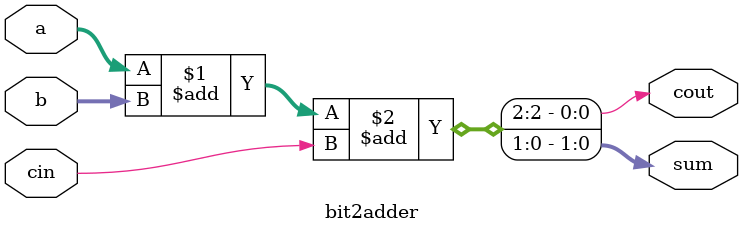
<source format=v>
module bit2adder(a,b,sum,cout,cin);
    input  [1:0]a,b; 
    input  cin;
    output [1:0]sum;
    output cout;

    assign {cout,sum} = a+b+cin ;


endmodule
</source>
